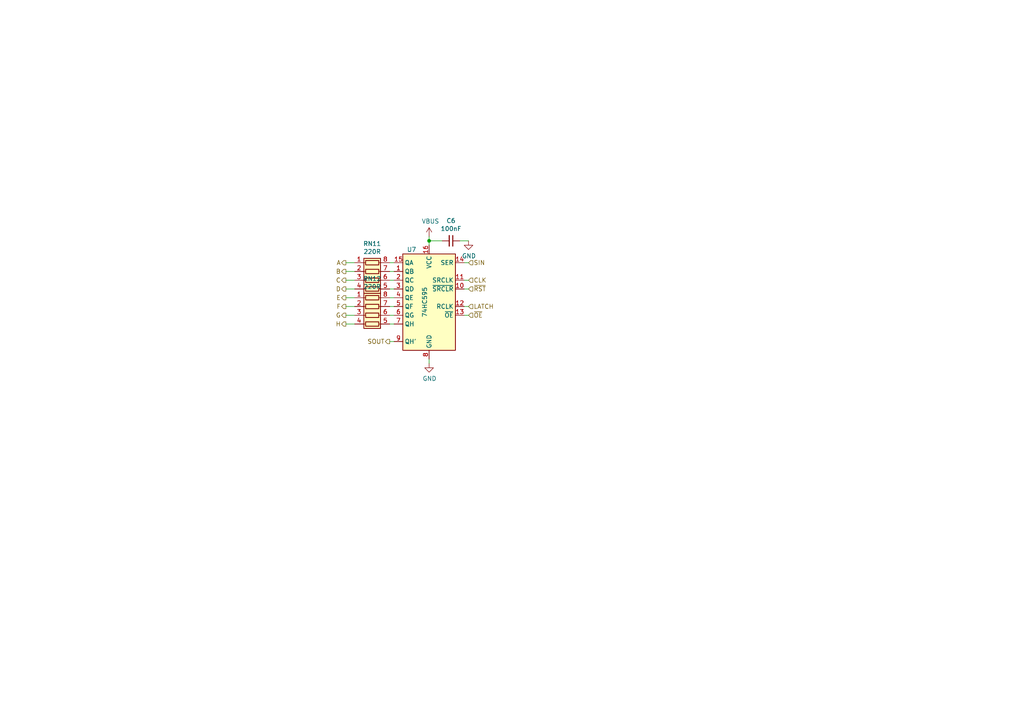
<source format=kicad_sch>
(kicad_sch (version 20211123) (generator eeschema)
  (paper "A4")
  (lib_symbols
    (symbol "74xx:74HC595"
      (property "Reference" "U" (at -7.62 13.97 0))
      (property "Value" "74HC595" (at -7.62 -16.51 0))
      (symbol "74HC595_1_0"
        (pin tri_state line (at 10.16 7.62 180) (length 2.54) (name "QB") (number "1"))
        (pin input line (at -10.16 2.54 0) (length 2.54) (name "~{SRCLR}") (number "10"))
        (pin input line (at -10.16 5.08 0) (length 2.54) (name "SRCLK") (number "11"))
        (pin input line (at -10.16 -2.54 0) (length 2.54) (name "RCLK") (number "12"))
        (pin input line (at -10.16 -5.08 0) (length 2.54) (name "~{OE}") (number "13"))
        (pin input line (at -10.16 10.16 0) (length 2.54) (name "SER") (number "14"))
        (pin tri_state line (at 10.16 10.16 180) (length 2.54) (name "QA") (number "15"))
        (pin power_in line (at 0 15.24 270) (length 2.54) (name "VCC") (number "16"))
        (pin tri_state line (at 10.16 5.08 180) (length 2.54) (name "QC") (number "2"))
        (pin tri_state line (at 10.16 2.54 180) (length 2.54) (name "QD") (number "3"))
        (pin tri_state line (at 10.16 0 180) (length 2.54) (name "QE") (number "4"))
        (pin tri_state line (at 10.16 -2.54 180) (length 2.54) (name "QF") (number "5"))
        (pin tri_state line (at 10.16 -5.08 180) (length 2.54) (name "QG") (number "6"))
        (pin tri_state line (at 10.16 -7.62 180) (length 2.54) (name "QH") (number "7"))
        (pin power_in line (at 0 -17.78 90) (length 2.54) (name "GND") (number "8"))
        (pin output line (at 10.16 -12.7 180) (length 2.54) (name "QH'") (number "9"))
      )
      (symbol "74HC595_1_1"
        (rectangle (start -7.62 12.7) (end 7.62 -15.24) (stroke (width 0.254)) (fill (type background)))
      )
    )
    (symbol "Device:C_Small" (pin_numbers hide) (pin_names (offset 0.254) hide)
      (property "Reference" "C" (at 0.254 1.778 0))
      (property "Value" "C_Small" (at 0.254 -2.032 0))
      (symbol "C_Small_0_1"
        (polyline (pts (xy -1.524 -0.508) (xy 1.524 -0.508)) (stroke (width 0.3302)))
        (polyline (pts (xy -1.524 0.508) (xy 1.524 0.508)) (stroke (width 0.3048)))
      )
      (symbol "C_Small_1_1"
        (pin passive line (at 0 2.54 270) (length 2.032) (name "~") (number "1"))
        (pin passive line (at 0 -2.54 90) (length 2.032) (name "~") (number "2"))
      )
    )
    (symbol "Device:R_Pack04" (pin_names (offset 0) hide)
      (property "Reference" "RN" (at -7.62 0 90))
      (property "Value" "R_Pack04" (at 5.08 0 90))
      (symbol "R_Pack04_0_1"
        (rectangle (start -6.35 -2.413) (end 3.81 2.413) (stroke (width 0.254)) (fill (type background)))
        (rectangle (start -5.715 1.905) (end -4.445 -1.905) (stroke (width 0.254)))
        (rectangle (start -3.175 1.905) (end -1.905 -1.905) (stroke (width 0.254)))
        (rectangle (start -0.635 1.905) (end 0.635 -1.905) (stroke (width 0.254)))
        (polyline (pts (xy -5.08 -2.54) (xy -5.08 -1.905)))
        (polyline (pts (xy -5.08 1.905) (xy -5.08 2.54)))
        (polyline (pts (xy -2.54 -2.54) (xy -2.54 -1.905)))
        (polyline (pts (xy -2.54 1.905) (xy -2.54 2.54)))
        (polyline (pts (xy 0 -2.54) (xy 0 -1.905)))
        (polyline (pts (xy 0 1.905) (xy 0 2.54)))
        (polyline (pts (xy 2.54 -2.54) (xy 2.54 -1.905)))
        (polyline (pts (xy 2.54 1.905) (xy 2.54 2.54)))
        (rectangle (start 1.905 1.905) (end 3.175 -1.905) (stroke (width 0.254)))
      )
      (symbol "R_Pack04_1_1"
        (pin passive line (at -5.08 -5.08 90) (length 2.54) (name "R1.1") (number "1"))
        (pin passive line (at -2.54 -5.08 90) (length 2.54) (name "R2.1") (number "2"))
        (pin passive line (at 0 -5.08 90) (length 2.54) (name "R3.1") (number "3"))
        (pin passive line (at 2.54 -5.08 90) (length 2.54) (name "R4.1") (number "4"))
        (pin passive line (at 2.54 5.08 270) (length 2.54) (name "R4.2") (number "5"))
        (pin passive line (at 0 5.08 270) (length 2.54) (name "R3.2") (number "6"))
        (pin passive line (at -2.54 5.08 270) (length 2.54) (name "R2.2") (number "7"))
        (pin passive line (at -5.08 5.08 270) (length 2.54) (name "R1.2") (number "8"))
      )
    )
    (symbol "power:GND" (power) (pin_names (offset 0))
      (property "Value" "GND" (at 0 -3.81 0))
      (symbol "GND_0_1"
        (polyline (pts (xy 0 0) (xy 0 -1.27) (xy 1.27 -1.27) (xy 0 -2.54) (xy -1.27 -1.27) (xy 0 -1.27)))
      )
      (symbol "GND_1_1"
        (pin power_in line (at 0 0 270) (length 0) hide (name "GND") (number "1"))
      )
    )
    (symbol "power:VBUS" (power) (pin_names (offset 0))
      (property "Value" "VBUS" (at 0 3.81 0))
      (symbol "VBUS_0_1"
        (polyline (pts (xy -0.762 1.27) (xy 0 2.54)))
        (polyline (pts (xy 0 0) (xy 0 2.54)))
        (polyline (pts (xy 0 2.54) (xy 0.762 1.27)))
      )
      (symbol "VBUS_1_1"
        (pin power_in line (at 0 0 90) (length 0) hide (name "VBUS") (number "1"))
      )
    )
  )
  (junction (at 124.46 69.85))
  (wire (pts (xy 100.33 76.2) (xy 102.87 76.2)))
  (wire (pts (xy 100.33 81.28) (xy 102.87 81.28)))
  (wire (pts (xy 100.33 83.82) (xy 102.87 83.82)))
  (wire (pts (xy 113.03 78.74) (xy 114.3 78.74)))
  (wire (pts (xy 100.33 91.44) (xy 102.87 91.44)))
  (wire (pts (xy 128.27 69.85) (xy 124.46 69.85)))
  (wire (pts (xy 100.33 93.98) (xy 102.87 93.98)))
  (wire (pts (xy 113.03 83.82) (xy 114.3 83.82)))
  (wire (pts (xy 133.35 69.85) (xy 135.89 69.85)))
  (wire (pts (xy 100.33 88.9) (xy 102.87 88.9)))
  (wire (pts (xy 135.89 83.82) (xy 134.62 83.82)))
  (wire (pts (xy 100.33 86.36) (xy 102.87 86.36)))
  (wire (pts (xy 135.89 76.2) (xy 134.62 76.2)))
  (wire (pts (xy 113.03 86.36) (xy 114.3 86.36)))
  (wire (pts (xy 113.03 99.06) (xy 114.3 99.06)))
  (wire (pts (xy 135.89 91.44) (xy 134.62 91.44)))
  (wire (pts (xy 124.46 68.58) (xy 124.46 69.85)))
  (wire (pts (xy 124.46 105.41) (xy 124.46 104.14)))
  (wire (pts (xy 113.03 76.2) (xy 114.3 76.2)))
  (wire (pts (xy 113.03 91.44) (xy 114.3 91.44)))
  (wire (pts (xy 113.03 81.28) (xy 114.3 81.28)))
  (wire (pts (xy 135.89 81.28) (xy 134.62 81.28)))
  (wire (pts (xy 135.89 88.9) (xy 134.62 88.9)))
  (wire (pts (xy 113.03 93.98) (xy 114.3 93.98)))
  (wire (pts (xy 114.3 88.9) (xy 113.03 88.9)))
  (wire (pts (xy 100.33 78.74) (xy 102.87 78.74)))
  (wire (pts (xy 124.46 69.85) (xy 124.46 71.12)))
  (hierarchical_label "SOUT" (shape output) (at 113.03 99.06 180))
  (hierarchical_label "H" (shape output) (at 100.33 93.98 180))
  (hierarchical_label "LATCH" (shape input) (at 135.89 88.9 0))
  (hierarchical_label "~{RST}" (shape input) (at 135.89 83.82 0))
  (hierarchical_label "E" (shape output) (at 100.33 86.36 180))
  (hierarchical_label "~{OE}" (shape input) (at 135.89 91.44 0))
  (hierarchical_label "CLK" (shape input) (at 135.89 81.28 0))
  (hierarchical_label "F" (shape output) (at 100.33 88.9 180))
  (hierarchical_label "C" (shape output) (at 100.33 81.28 180))
  (hierarchical_label "G" (shape output) (at 100.33 91.44 180))
  (hierarchical_label "SIN" (shape input) (at 135.89 76.2 0))
  (hierarchical_label "D" (shape output) (at 100.33 83.82 180))
  (hierarchical_label "A" (shape output) (at 100.33 76.2 180))
  (hierarchical_label "B" (shape output) (at 100.33 78.74 180))
  (symbol (lib_id "74xx:74HC595") (at 124.46 86.36 0) (mirror y)
    (property "Reference" "U7" (at 119.38 72.39 0))
    (property "Value" "74HC595" (at 123.19 87.63 90))
    (property "Footprint" "Package_Texas:X1QFN-16-2.5x2.5-EP-1.2" (effects hide))
    (property "Datasheet" "http://www.ti.com/lit/ds/symlink/sn74hc595.pdf" (effects hide))
    (property "LCSC" "C2682068" (effects hide))
  )
  (symbol (lib_id "Device:R_Pack04") (at 107.95 81.28 270)
    (property "Reference" "RN11" (at 107.95 70.6882 90))
    (property "Value" "220R" (at 107.95 72.9996 90))
    (property "Footprint" "Resistor_SMD:R_Array_Concave_4x0402" (effects hide))
    (property "LCSC" "C25498" (effects hide))
  )
  (symbol (lib_id "Device:R_Pack04") (at 107.95 91.44 270)
    (property "Reference" "RN12" (at 107.95 80.8482 90))
    (property "Value" "220R" (at 107.95 83.1596 90))
    (property "Footprint" "Resistor_SMD:R_Array_Concave_4x0402" (effects hide))
    (property "LCSC" "C25498" (effects hide))
  )
  (symbol (lib_id "power:VBUS") (at 124.46 68.58 0)
    (property "Reference" "#PWR0118" (effects hide))
    (property "Value" "VBUS" (at 124.841 64.1858 0))
  )
  (symbol (lib_id "power:GND") (at 124.46 105.41 0)
    (property "Reference" "#PWR0116" (effects hide))
    (property "Value" "GND" (at 124.587 109.8042 0))
  )
  (symbol (lib_id "Device:C_Small") (at 130.81 69.85 270)
    (property "Reference" "C6" (at 130.81 64.0334 90))
    (property "Value" "100nF" (at 130.81 66.3448 90))
    (property "Footprint" "Capacitor_SMD:C_0402_1005Metric" (effects hide))
    (property "LCSC" "C1525" (effects hide))
  )
  (symbol (lib_id "power:GND") (at 135.89 69.85 0)
    (property "Reference" "#PWR0117" (effects hide))
    (property "Value" "GND" (at 136.017 74.2442 0))
  )
)
</source>
